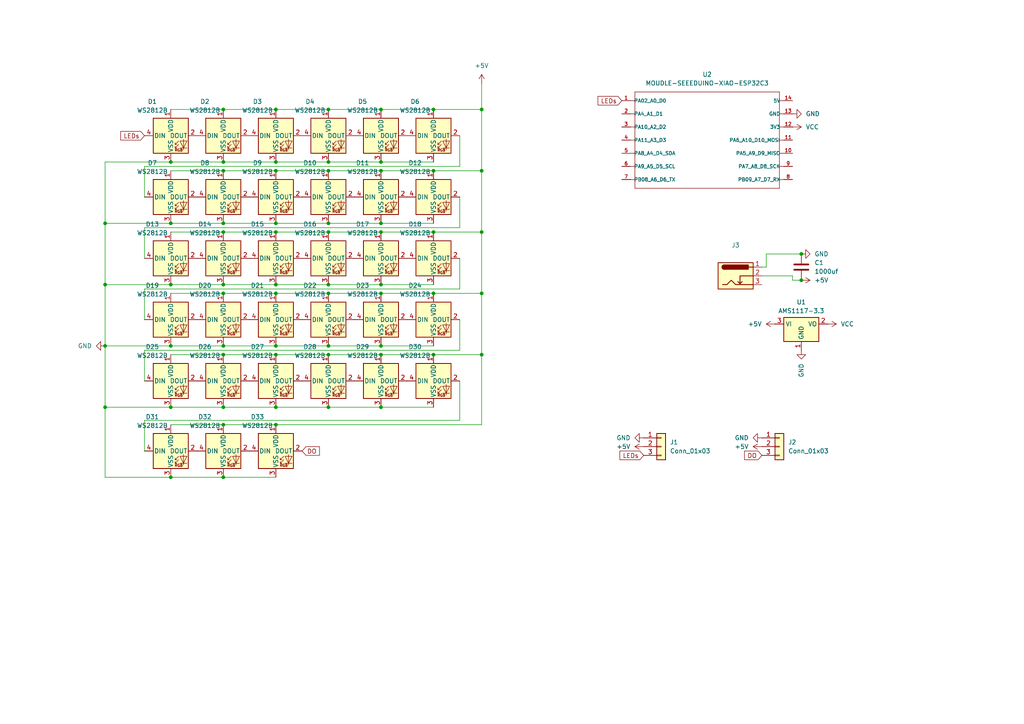
<source format=kicad_sch>
(kicad_sch (version 20250114) (generator "eeschema") (generator_version "9.0")
  (paper "A4")
  (lib_symbols
    (symbol "Connector:Barrel_Jack_Switch_Pin3Ring" (pin_names (hide yes))
      (property "Reference" "J" (at 0 5.334 0))
      (property "Value" "Barrel_Jack_Switch_Pin3Ring" (at 0 -5.08 0))
      (symbol "Barrel_Jack_Switch_Pin3Ring_0_1"
        (rectangle (start -5.08 3.81) (end 5.08 -3.81) (stroke (width 0.254)) (fill (type background)))
        (polyline (pts (xy -3.81 -2.54) (xy -2.54 -2.54) (xy -1.27 -1.27) (xy 0 -2.54) (xy 2.54 -2.54) (xy 5.08 -2.54)) (stroke (width 0.254)))
        (arc (start -3.302 1.905) (mid -3.9343 2.54) (end -3.302 3.175) (stroke (width 0.254)))
        (arc (start -3.302 1.905) (mid -3.9343 2.54) (end -3.302 3.175) (stroke (width 0.254)) (fill (type outline)))
        (polyline (pts (xy 1.27 -2.286) (xy 1.905 -1.651)) (stroke (width 0.254)))
        (rectangle (start 3.683 3.175) (end -3.302 1.905) (stroke (width 0.254)) (fill (type outline)))
        (polyline (pts (xy 5.08 2.54) (xy 3.81 2.54)) (stroke (width 0.254)))
        (polyline (pts (xy 5.08 0) (xy 1.27 0) (xy 1.27 -2.286) (xy 0.635 -1.651)) (stroke (width 0.254)))
      )
      (symbol "Barrel_Jack_Switch_Pin3Ring_1_1"
        (pin passive line (at 7.62 2.54 180) (length 2.54) (name "~") (number "1"))
        (pin passive line (at 7.62 0 180) (length 2.54) (name "~") (number "2"))
        (pin passive line (at 7.62 -2.54 180) (length 2.54) (name "~") (number "3"))
      )
    )
    (symbol "Connector_Generic:Conn_01x03" (pin_names (offset 1.016) (hide yes))
      (property "Reference" "J" (at 0 5.08 0))
      (property "Value" "Conn_01x03" (at 0 -5.08 0))
      (symbol "Conn_01x03_1_1"
        (rectangle (start -1.27 3.81) (end 1.27 -3.81) (stroke (width 0.254)) (fill (type background)))
        (rectangle (start -1.27 2.667) (end 0 2.413) (stroke (width 0.1524)))
        (rectangle (start -1.27 0.127) (end 0 -0.127) (stroke (width 0.1524)))
        (rectangle (start -1.27 -2.413) (end 0 -2.667) (stroke (width 0.1524)))
        (pin passive line (at -5.08 2.54 0) (length 3.81) (name "Pin_1") (number "1"))
        (pin passive line (at -5.08 0 0) (length 3.81) (name "Pin_2") (number "2"))
        (pin passive line (at -5.08 -2.54 0) (length 3.81) (name "Pin_3") (number "3"))
      )
    )
    (symbol "Device:C" (pin_numbers (hide yes)) (pin_names (offset 0.254))
      (property "Reference" "C" (at 0.635 2.54 0))
      (property "Value" "C" (at 0.635 -2.54 0))
      (symbol "C_0_1"
        (polyline (pts (xy -2.032 0.762) (xy 2.032 0.762)) (stroke (width 0.508)))
        (polyline (pts (xy -2.032 -0.762) (xy 2.032 -0.762)) (stroke (width 0.508)))
      )
      (symbol "C_1_1"
        (pin passive line (at 0 3.81 270) (length 2.794) (name "~") (number "1"))
        (pin passive line (at 0 -3.81 90) (length 2.794) (name "~") (number "2"))
      )
    )
    (symbol "LED:WS2812B" (pin_names (offset 0.254))
      (property "Reference" "D" (at 5.08 5.715 0))
      (property "Value" "WS2812B" (at 1.27 -5.715 0))
      (symbol "WS2812B_0_0"
        (text "RGB" (at 2.286 -4.191 0) (effects (font (size 0.762 0.762))))
      )
      (symbol "WS2812B_0_1"
        (polyline (pts (xy 1.27 -2.54) (xy 1.778 -2.54)))
        (polyline (pts (xy 1.27 -3.556) (xy 1.778 -3.556)))
        (polyline (pts (xy 2.286 -1.524) (xy 1.27 -2.54) (xy 1.27 -2.032)))
        (polyline (pts (xy 2.286 -2.54) (xy 1.27 -3.556) (xy 1.27 -3.048)))
        (polyline (pts (xy 3.683 -1.016) (xy 3.683 -3.556) (xy 3.683 -4.064)))
        (polyline (pts (xy 4.699 -1.524) (xy 2.667 -1.524) (xy 3.683 -3.556) (xy 4.699 -1.524)))
        (polyline (pts (xy 4.699 -3.556) (xy 2.667 -3.556)))
        (rectangle (start 5.08 5.08) (end -5.08 -5.08) (stroke (width 0.254)) (fill (type background)))
      )
      (symbol "WS2812B_1_1"
        (pin input line (at -7.62 0 0) (length 2.54) (name "DIN") (number "4"))
        (pin power_in line (at 0 7.62 270) (length 2.54) (name "VDD") (number "1"))
        (pin power_in line (at 0 -7.62 90) (length 2.54) (name "VSS") (number "3"))
        (pin output line (at 7.62 0 180) (length 2.54) (name "DOUT") (number "2"))
      )
    )
    (symbol "MOUDLE-SEEEDUINO-XIAO-ESP32C3:MOUDLE-SEEEDUINO-XIAO-ESP32C3" (pin_names (offset 1.016))
      (property "Reference" "U" (at -21.59 15.24 0))
      (property "Value" "MOUDLE-SEEEDUINO-XIAO-ESP32C3" (at -21.59 13.97 0))
      (symbol "MOUDLE-SEEEDUINO-XIAO-ESP32C3_0_0"
        (polyline (pts (xy -21.59 13.97) (xy 20.32 13.97)) (stroke (width 0.1524)))
        (polyline (pts (xy -21.59 11.43) (xy -22.86 11.43)) (stroke (width 0.1524)))
        (polyline (pts (xy -21.59 11.43) (xy -21.59 13.97)) (stroke (width 0.1524)))
        (polyline (pts (xy -21.59 7.62) (xy -22.86 7.62)) (stroke (width 0.1524)))
        (polyline (pts (xy -21.59 7.62) (xy -21.59 11.43)) (stroke (width 0.1524)))
        (polyline (pts (xy -21.59 3.81) (xy -22.86 3.81)) (stroke (width 0.1524)))
        (polyline (pts (xy -21.59 3.81) (xy -21.59 7.62)) (stroke (width 0.1524)))
        (polyline (pts (xy -21.59 0) (xy -22.86 0)) (stroke (width 0.1524)))
        (polyline (pts (xy -21.59 0) (xy -21.59 3.81)) (stroke (width 0.1524)))
        (polyline (pts (xy -21.59 -3.81) (xy -22.86 -3.81)) (stroke (width 0.1524)))
        (polyline (pts (xy -21.59 -7.62) (xy -22.86 -7.62)) (stroke (width 0.1524)))
        (polyline (pts (xy -21.59 -11.43) (xy -22.86 -11.43)) (stroke (width 0.1524)))
        (polyline (pts (xy -21.59 -13.97) (xy -21.59 0)) (stroke (width 0.1524)))
        (polyline (pts (xy 20.32 13.97) (xy 20.32 11.43)) (stroke (width 0.1524)))
        (polyline (pts (xy 20.32 11.43) (xy 20.32 7.62)) (stroke (width 0.1524)))
        (polyline (pts (xy 20.32 7.62) (xy 20.32 3.81)) (stroke (width 0.1524)))
        (polyline (pts (xy 20.32 3.81) (xy 20.32 -13.97)) (stroke (width 0.1524)))
        (polyline (pts (xy 20.32 -13.97) (xy -21.59 -13.97)) (stroke (width 0.1524)))
        (polyline (pts (xy 21.59 11.43) (xy 20.32 11.43)) (stroke (width 0.1524)))
        (polyline (pts (xy 21.59 7.62) (xy 20.32 7.62)) (stroke (width 0.1524)))
        (polyline (pts (xy 21.59 3.81) (xy 20.32 3.81)) (stroke (width 0.1524)))
        (polyline (pts (xy 21.59 0) (xy 20.32 0)) (stroke (width 0.1524)))
        (polyline (pts (xy 21.59 -3.81) (xy 20.32 -3.81)) (stroke (width 0.1524)))
        (polyline (pts (xy 21.59 -7.62) (xy 20.32 -7.62)) (stroke (width 0.1524)))
        (polyline (pts (xy 21.59 -11.43) (xy 20.32 -11.43)) (stroke (width 0.1524)))
        (pin bidirectional line (at -25.4 11.43 0) (length 2.54) (name "PA02_A0_D0") (number "1"))
        (pin bidirectional line (at -25.4 7.62 0) (length 2.54) (name "PA4_A1_D1") (number "2"))
        (pin bidirectional line (at -25.4 3.81 0) (length 2.54) (name "PA10_A2_D2") (number "3"))
        (pin bidirectional line (at -25.4 0 0) (length 2.54) (name "PA11_A3_D3") (number "4"))
        (pin bidirectional line (at -25.4 -3.81 0) (length 2.54) (name "PA8_A4_D4_SDA") (number "5"))
        (pin bidirectional line (at -25.4 -7.62 0) (length 2.54) (name "PA9_A5_D5_SCL") (number "6"))
        (pin bidirectional line (at -25.4 -11.43 0) (length 2.54) (name "PB08_A6_D6_TX") (number "7"))
        (pin bidirectional line (at 24.13 11.43 180) (length 2.54) (name "5V") (number "14"))
        (pin bidirectional line (at 24.13 7.62 180) (length 2.54) (name "GND") (number "13"))
        (pin bidirectional line (at 24.13 3.81 180) (length 2.54) (name "3V3") (number "12"))
        (pin bidirectional line (at 24.13 0 180) (length 2.54) (name "PA6_A10_D10_MOSI") (number "11"))
        (pin bidirectional line (at 24.13 -3.81 180) (length 2.54) (name "PA5_A9_D9_MISO") (number "10"))
        (pin bidirectional line (at 24.13 -7.62 180) (length 2.54) (name "PA7_A8_D8_SCK") (number "9"))
        (pin bidirectional line (at 24.13 -11.43 180) (length 2.54) (name "PB09_A7_D7_RX") (number "8"))
      )
    )
    (symbol "Regulator_Linear:AMS1117-3.3"
      (property "Reference" "U" (at -3.81 3.175 0))
      (property "Value" "AMS1117-3.3" (at 0 3.175 0))
      (symbol "AMS1117-3.3_0_1"
        (rectangle (start -5.08 -5.08) (end 5.08 1.905) (stroke (width 0.254)) (fill (type background)))
      )
      (symbol "AMS1117-3.3_1_1"
        (pin power_in line (at -7.62 0 0) (length 2.54) (name "VI") (number "3"))
        (pin power_in line (at 0 -7.62 90) (length 2.54) (name "GND") (number "1"))
        (pin power_out line (at 7.62 0 180) (length 2.54) (name "VO") (number "2"))
      )
    )
    (symbol "power:+5V" (power) (pin_numbers (hide yes)) (pin_names (offset 0) (hide yes))
      (property "Value" "+5V" (at 0 3.556 0))
      (symbol "+5V_0_1"
        (polyline (pts (xy -0.762 1.27) (xy 0 2.54)))
        (polyline (pts (xy 0 2.54) (xy 0.762 1.27)))
        (polyline (pts (xy 0 0) (xy 0 2.54)))
      )
      (symbol "+5V_1_1"
        (pin power_in line (at 0 0 90) (length 0) (name "~") (number "1"))
      )
    )
    (symbol "power:GND" (power) (pin_numbers (hide yes)) (pin_names (offset 0) (hide yes))
      (property "Value" "GND" (at 0 -3.81 0))
      (symbol "GND_0_1"
        (polyline (pts (xy 0 0) (xy 0 -1.27) (xy 1.27 -1.27) (xy 0 -2.54) (xy -1.27 -1.27) (xy 0 -1.27)))
      )
      (symbol "GND_1_1"
        (pin power_in line (at 0 0 270) (length 0) (name "~") (number "1"))
      )
    )
    (symbol "power:VCC" (power) (pin_numbers (hide yes)) (pin_names (offset 0) (hide yes))
      (property "Value" "VCC" (at 0 3.556 0))
      (symbol "VCC_0_1"
        (polyline (pts (xy -0.762 1.27) (xy 0 2.54)))
        (polyline (pts (xy 0 2.54) (xy 0.762 1.27)))
        (polyline (pts (xy 0 0) (xy 0 2.54)))
      )
      (symbol "VCC_1_1"
        (pin power_in line (at 0 0 90) (length 0) (name "~") (number "1"))
      )
    )
  )
  (junction (at 95.25 64.77))
  (junction (at 110.49 102.87))
  (junction (at 80.01 100.33))
  (junction (at 49.53 64.77))
  (junction (at 110.49 49.53))
  (junction (at 64.77 100.33))
  (junction (at 232.41 73.66))
  (junction (at 95.25 118.11))
  (junction (at 49.53 118.11))
  (junction (at 139.7 85.09))
  (junction (at 95.25 85.09))
  (junction (at 110.49 100.33))
  (junction (at 80.01 46.99))
  (junction (at 64.77 49.53))
  (junction (at 95.25 46.99))
  (junction (at 64.77 64.77))
  (junction (at 125.73 102.87))
  (junction (at 80.01 123.19))
  (junction (at 95.25 102.87))
  (junction (at 64.77 67.31))
  (junction (at 110.49 85.09))
  (junction (at 80.01 49.53))
  (junction (at 30.48 82.55))
  (junction (at 49.53 46.99))
  (junction (at 125.73 31.75))
  (junction (at 139.7 31.75))
  (junction (at 139.7 49.53))
  (junction (at 125.73 85.09))
  (junction (at 232.41 81.28))
  (junction (at 95.25 82.55))
  (junction (at 95.25 67.31))
  (junction (at 80.01 64.77))
  (junction (at 64.77 46.99))
  (junction (at 139.7 102.87))
  (junction (at 64.77 82.55))
  (junction (at 110.49 46.99))
  (junction (at 110.49 64.77))
  (junction (at 80.01 85.09))
  (junction (at 80.01 82.55))
  (junction (at 95.25 100.33))
  (junction (at 95.25 49.53))
  (junction (at 110.49 82.55))
  (junction (at 110.49 31.75))
  (junction (at 64.77 102.87))
  (junction (at 64.77 118.11))
  (junction (at 49.53 82.55))
  (junction (at 64.77 123.19))
  (junction (at 110.49 118.11))
  (junction (at 30.48 118.11))
  (junction (at 80.01 31.75))
  (junction (at 64.77 138.43))
  (junction (at 95.25 31.75))
  (junction (at 110.49 67.31))
  (junction (at 125.73 49.53))
  (junction (at 30.48 64.77))
  (junction (at 80.01 67.31))
  (junction (at 139.7 67.31))
  (junction (at 125.73 67.31))
  (junction (at 49.53 100.33))
  (junction (at 64.77 85.09))
  (junction (at 49.53 138.43))
  (junction (at 80.01 118.11))
  (junction (at 30.48 100.33))
  (junction (at 64.77 31.75))
  (junction (at 80.01 102.87))
  (wire (pts (xy 49.53 31.75) (xy 64.77 31.75)))
  (wire (pts (xy 80.01 138.43) (xy 64.77 138.43)))
  (wire (pts (xy 30.48 64.77) (xy 30.48 82.55)))
  (wire (pts (xy 133.35 110.49) (xy 133.35 121.92)))
  (wire (pts (xy 80.01 49.53) (xy 95.25 49.53)))
  (wire (pts (xy 125.73 118.11) (xy 110.49 118.11)))
  (wire (pts (xy 220.98 80.01) (xy 229.87 80.01)))
  (wire (pts (xy 110.49 82.55) (xy 95.25 82.55)))
  (wire (pts (xy 95.25 100.33) (xy 80.01 100.33)))
  (wire (pts (xy 80.01 67.31) (xy 95.25 67.31)))
  (wire (pts (xy 133.35 66.04) (xy 41.91 66.04)))
  (wire (pts (xy 110.49 49.53) (xy 125.73 49.53)))
  (wire (pts (xy 80.01 102.87) (xy 95.25 102.87)))
  (wire (pts (xy 80.01 123.19) (xy 139.7 123.19)))
  (wire (pts (xy 30.48 100.33) (xy 30.48 118.11)))
  (wire (pts (xy 125.73 46.99) (xy 110.49 46.99)))
  (wire (pts (xy 64.77 118.11) (xy 49.53 118.11)))
  (wire (pts (xy 139.7 85.09) (xy 139.7 67.31)))
  (wire (pts (xy 110.49 100.33) (xy 95.25 100.33)))
  (wire (pts (xy 30.48 118.11) (xy 30.48 138.43)))
  (wire (pts (xy 80.01 31.75) (xy 95.25 31.75)))
  (wire (pts (xy 64.77 82.55) (xy 49.53 82.55)))
  (wire (pts (xy 139.7 24.13) (xy 139.7 31.75)))
  (wire (pts (xy 133.35 121.92) (xy 41.91 121.92)))
  (wire (pts (xy 64.77 64.77) (xy 49.53 64.77)))
  (wire (pts (xy 95.25 85.09) (xy 110.49 85.09)))
  (wire (pts (xy 133.35 57.15) (xy 133.35 66.04)))
  (wire (pts (xy 64.77 46.99) (xy 49.53 46.99)))
  (wire (pts (xy 139.7 102.87) (xy 139.7 85.09)))
  (wire (pts (xy 49.53 102.87) (xy 64.77 102.87)))
  (wire (pts (xy 95.25 64.77) (xy 80.01 64.77)))
  (wire (pts (xy 95.25 67.31) (xy 110.49 67.31)))
  (wire (pts (xy 80.01 82.55) (xy 64.77 82.55)))
  (wire (pts (xy 133.35 101.6) (xy 41.91 101.6)))
  (wire (pts (xy 133.35 92.71) (xy 133.35 101.6)))
  (wire (pts (xy 95.25 31.75) (xy 110.49 31.75)))
  (wire (pts (xy 125.73 64.77) (xy 110.49 64.77)))
  (wire (pts (xy 133.35 48.26) (xy 41.91 48.26)))
  (wire (pts (xy 133.35 74.93) (xy 133.35 83.82)))
  (wire (pts (xy 64.77 102.87) (xy 80.01 102.87)))
  (wire (pts (xy 49.53 49.53) (xy 64.77 49.53)))
  (wire (pts (xy 125.73 102.87) (xy 139.7 102.87)))
  (wire (pts (xy 110.49 67.31) (xy 125.73 67.31)))
  (wire (pts (xy 133.35 39.37) (xy 133.35 48.26)))
  (wire (pts (xy 41.91 83.82) (xy 41.91 92.71)))
  (wire (pts (xy 95.25 102.87) (xy 110.49 102.87)))
  (wire (pts (xy 125.73 85.09) (xy 139.7 85.09)))
  (wire (pts (xy 49.53 100.33) (xy 30.48 100.33)))
  (wire (pts (xy 64.77 138.43) (xy 49.53 138.43)))
  (wire (pts (xy 41.91 101.6) (xy 41.91 110.49)))
  (wire (pts (xy 95.25 49.53) (xy 110.49 49.53)))
  (wire (pts (xy 125.73 49.53) (xy 139.7 49.53)))
  (wire (pts (xy 110.49 64.77) (xy 95.25 64.77)))
  (wire (pts (xy 49.53 46.99) (xy 30.48 46.99)))
  (wire (pts (xy 64.77 49.53) (xy 80.01 49.53)))
  (wire (pts (xy 80.01 118.11) (xy 64.77 118.11)))
  (wire (pts (xy 64.77 67.31) (xy 80.01 67.31)))
  (wire (pts (xy 64.77 123.19) (xy 80.01 123.19)))
  (wire (pts (xy 95.25 46.99) (xy 80.01 46.99)))
  (wire (pts (xy 41.91 66.04) (xy 41.91 74.93)))
  (wire (pts (xy 125.73 31.75) (xy 139.7 31.75)))
  (wire (pts (xy 110.49 46.99) (xy 95.25 46.99)))
  (wire (pts (xy 95.25 118.11) (xy 80.01 118.11)))
  (wire (pts (xy 139.7 67.31) (xy 139.7 49.53)))
  (wire (pts (xy 80.01 46.99) (xy 64.77 46.99)))
  (wire (pts (xy 125.73 82.55) (xy 110.49 82.55)))
  (wire (pts (xy 222.25 77.47) (xy 220.98 77.47)))
  (wire (pts (xy 222.25 77.47) (xy 222.25 73.66)))
  (wire (pts (xy 229.87 80.01) (xy 229.87 81.28)))
  (wire (pts (xy 95.25 82.55) (xy 80.01 82.55)))
  (wire (pts (xy 41.91 48.26) (xy 41.91 57.15)))
  (wire (pts (xy 49.53 118.11) (xy 30.48 118.11)))
  (wire (pts (xy 49.53 123.19) (xy 64.77 123.19)))
  (wire (pts (xy 110.49 118.11) (xy 95.25 118.11)))
  (wire (pts (xy 30.48 46.99) (xy 30.48 64.77)))
  (wire (pts (xy 80.01 64.77) (xy 64.77 64.77)))
  (wire (pts (xy 49.53 64.77) (xy 30.48 64.77)))
  (wire (pts (xy 125.73 67.31) (xy 139.7 67.31)))
  (wire (pts (xy 139.7 49.53) (xy 139.7 31.75)))
  (wire (pts (xy 110.49 85.09) (xy 125.73 85.09)))
  (wire (pts (xy 49.53 138.43) (xy 30.48 138.43)))
  (wire (pts (xy 49.53 82.55) (xy 30.48 82.55)))
  (wire (pts (xy 41.91 121.92) (xy 41.91 130.81)))
  (wire (pts (xy 64.77 100.33) (xy 49.53 100.33)))
  (wire (pts (xy 110.49 102.87) (xy 125.73 102.87)))
  (wire (pts (xy 80.01 85.09) (xy 95.25 85.09)))
  (wire (pts (xy 64.77 31.75) (xy 80.01 31.75)))
  (wire (pts (xy 133.35 83.82) (xy 41.91 83.82)))
  (wire (pts (xy 110.49 31.75) (xy 125.73 31.75)))
  (wire (pts (xy 222.25 73.66) (xy 232.41 73.66)))
  (wire (pts (xy 139.7 123.19) (xy 139.7 102.87)))
  (wire (pts (xy 64.77 85.09) (xy 80.01 85.09)))
  (wire (pts (xy 49.53 85.09) (xy 64.77 85.09)))
  (wire (pts (xy 30.48 82.55) (xy 30.48 100.33)))
  (wire (pts (xy 229.87 81.28) (xy 232.41 81.28)))
  (wire (pts (xy 125.73 100.33) (xy 110.49 100.33)))
  (wire (pts (xy 80.01 100.33) (xy 64.77 100.33)))
  (wire (pts (xy 49.53 67.31) (xy 64.77 67.31)))
  (global_label "DO" (shape input) (at 220.98 132.08 180) (property "Intersheetrefs" "${INTERSHEET_REFS}" (effects (hide yes))))
  (global_label "DO" (shape input) (at 87.63 130.81 0) (property "Intersheetrefs" "${INTERSHEET_REFS}" (effects (hide yes))))
  (global_label "LEDs" (shape input) (at 180.34 29.21 180) (property "Intersheetrefs" "${INTERSHEET_REFS}" (effects (hide yes))))
  (global_label "LEDs" (shape input) (at 41.91 39.37 180) (property "Intersheetrefs" "${INTERSHEET_REFS}" (effects (hide yes))))
  (global_label "LEDs" (shape input) (at 186.69 132.08 180) (property "Intersheetrefs" "${INTERSHEET_REFS}" (effects (hide yes))))
  (symbol (lib_id "LED:WS2812B") (at 110.49 39.37 0) (unit 1)
    (property "Reference" "D5" (at 105.156 29.464 0))
    (property "Value" "WS2812B" (at 105.156 32.004 0))
    (property "Footprint" "LED_SMD:LED_WS2812B_PLCC4_5.0x5.0mm_P3.2mm" (effects (hide yes)))
    (property "Datasheet" "https://cdn-shop.adafruit.com/datasheets/WS2812B.pdf" (effects (hide yes)))
    (property "Description" "RGB LED with integrated controller" (effects (hide yes)))
  )
  (symbol (lib_id "power:GND") (at 186.69 127 270) (unit 1)
    (property "Reference" "#PWR03" (effects (hide yes)))
    (property "Value" "GND" (at 182.88 126.9999 90) (effects (justify right)))
    (property "Description" "Power symbol creates a global label with name \"GND\" , ground" (effects (hide yes)))
  )
  (symbol (lib_id "LED:WS2812B") (at 125.73 57.15 0) (unit 1)
    (property "Reference" "D12" (at 120.396 47.244 0))
    (property "Value" "WS2812B" (at 120.396 49.784 0))
    (property "Footprint" "LED_SMD:LED_WS2812B_PLCC4_5.0x5.0mm_P3.2mm" (effects (hide yes)))
    (property "Datasheet" "https://cdn-shop.adafruit.com/datasheets/WS2812B.pdf" (effects (hide yes)))
    (property "Description" "RGB LED with integrated controller" (effects (hide yes)))
  )
  (symbol (lib_id "LED:WS2812B") (at 125.73 39.37 0) (unit 1)
    (property "Reference" "D6" (at 120.396 29.464 0))
    (property "Value" "WS2812B" (at 120.396 32.004 0))
    (property "Footprint" "LED_SMD:LED_WS2812B_PLCC4_5.0x5.0mm_P3.2mm" (effects (hide yes)))
    (property "Datasheet" "https://cdn-shop.adafruit.com/datasheets/WS2812B.pdf" (effects (hide yes)))
    (property "Description" "RGB LED with integrated controller" (effects (hide yes)))
  )
  (symbol (lib_id "LED:WS2812B") (at 49.53 130.81 0) (unit 1)
    (property "Reference" "D31" (at 44.196 120.904 0))
    (property "Value" "WS2812B" (at 44.196 123.444 0))
    (property "Footprint" "LED_SMD:LED_WS2812B_PLCC4_5.0x5.0mm_P3.2mm" (effects (hide yes)))
    (property "Datasheet" "https://cdn-shop.adafruit.com/datasheets/WS2812B.pdf" (effects (hide yes)))
    (property "Description" "RGB LED with integrated controller" (effects (hide yes)))
  )
  (symbol (lib_id "LED:WS2812B") (at 49.53 92.71 0) (unit 1)
    (property "Reference" "D19" (at 44.196 82.804 0))
    (property "Value" "WS2812B" (at 44.196 85.344 0))
    (property "Footprint" "LED_SMD:LED_WS2812B_PLCC4_5.0x5.0mm_P3.2mm" (effects (hide yes)))
    (property "Datasheet" "https://cdn-shop.adafruit.com/datasheets/WS2812B.pdf" (effects (hide yes)))
    (property "Description" "RGB LED with integrated controller" (effects (hide yes)))
  )
  (symbol (lib_id "LED:WS2812B") (at 49.53 110.49 0) (unit 1)
    (property "Reference" "D25" (at 44.196 100.584 0))
    (property "Value" "WS2812B" (at 44.196 103.124 0))
    (property "Footprint" "LED_SMD:LED_WS2812B_PLCC4_5.0x5.0mm_P3.2mm" (effects (hide yes)))
    (property "Datasheet" "https://cdn-shop.adafruit.com/datasheets/WS2812B.pdf" (effects (hide yes)))
    (property "Description" "RGB LED with integrated controller" (effects (hide yes)))
  )
  (symbol (lib_id "power:+5V") (at 220.98 129.54 90) (unit 1)
    (property "Reference" "#PWR016" (effects (hide yes)))
    (property "Value" "+5V" (at 217.17 129.5399 90) (effects (justify left)))
    (property "Description" "Power symbol creates a global label with name \"+5V\"" (effects (hide yes)))
  )
  (symbol (lib_id "LED:WS2812B") (at 80.01 110.49 0) (unit 1)
    (property "Reference" "D27" (at 74.676 100.584 0))
    (property "Value" "WS2812B" (at 74.676 103.124 0))
    (property "Footprint" "LED_SMD:LED_WS2812B_PLCC4_5.0x5.0mm_P3.2mm" (effects (hide yes)))
    (property "Datasheet" "https://cdn-shop.adafruit.com/datasheets/WS2812B.pdf" (effects (hide yes)))
    (property "Description" "RGB LED with integrated controller" (effects (hide yes)))
  )
  (symbol (lib_id "LED:WS2812B") (at 95.25 39.37 0) (unit 1)
    (property "Reference" "D4" (at 89.916 29.464 0))
    (property "Value" "WS2812B" (at 89.916 32.004 0))
    (property "Footprint" "LED_SMD:LED_WS2812B_PLCC4_5.0x5.0mm_P3.2mm" (effects (hide yes)))
    (property "Datasheet" "https://cdn-shop.adafruit.com/datasheets/WS2812B.pdf" (effects (hide yes)))
    (property "Description" "RGB LED with integrated controller" (effects (hide yes)))
  )
  (symbol (lib_id "Device:C") (at 232.41 77.47 0) (unit 1)
    (property "Reference" "C1" (at 236.22 76.1999 0) (effects (justify left)))
    (property "Value" "1000uf" (at 236.22 78.7399 0) (effects (justify left)))
    (property "Footprint" "Capacitor_SMD:C_0402_1005Metric" (effects (hide yes)))
    (property "Description" "Unpolarized capacitor" (effects (hide yes)))
  )
  (symbol (lib_id "LED:WS2812B") (at 80.01 57.15 0) (unit 1)
    (property "Reference" "D9" (at 74.676 47.244 0))
    (property "Value" "WS2812B" (at 74.676 49.784 0))
    (property "Footprint" "LED_SMD:LED_WS2812B_PLCC4_5.0x5.0mm_P3.2mm" (effects (hide yes)))
    (property "Datasheet" "https://cdn-shop.adafruit.com/datasheets/WS2812B.pdf" (effects (hide yes)))
    (property "Description" "RGB LED with integrated controller" (effects (hide yes)))
  )
  (symbol (lib_id "LED:WS2812B") (at 95.25 92.71 0) (unit 1)
    (property "Reference" "D22" (at 89.916 82.804 0))
    (property "Value" "WS2812B" (at 89.916 85.344 0))
    (property "Footprint" "LED_SMD:LED_WS2812B_PLCC4_5.0x5.0mm_P3.2mm" (effects (hide yes)))
    (property "Datasheet" "https://cdn-shop.adafruit.com/datasheets/WS2812B.pdf" (effects (hide yes)))
    (property "Description" "RGB LED with integrated controller" (effects (hide yes)))
  )
  (symbol (lib_id "Connector_Generic:Conn_01x03") (at 191.77 129.54 0) (unit 1)
    (property "Reference" "J1" (at 194.31 128.2699 0) (effects (justify left)))
    (property "Value" "Conn_01x03" (at 194.31 130.8099 0) (effects (justify left)))
    (property "Footprint" "Connector_PinHeader_2.54mm:PinHeader_1x03_P2.54mm_Vertical" (effects (hide yes)))
    (property "Description" "Generic connector, single row, 01x03, script generated (kicad-library-utils/schlib/autogen/connector/)" (effects (hide yes)))
  )
  (symbol (lib_id "LED:WS2812B") (at 80.01 130.81 0) (unit 1)
    (property "Reference" "D33" (at 74.676 120.904 0))
    (property "Value" "WS2812B" (at 74.676 123.444 0))
    (property "Footprint" "LED_SMD:LED_WS2812B_PLCC4_5.0x5.0mm_P3.2mm" (effects (hide yes)))
    (property "Datasheet" "https://cdn-shop.adafruit.com/datasheets/WS2812B.pdf" (effects (hide yes)))
    (property "Description" "RGB LED with integrated controller" (effects (hide yes)))
  )
  (symbol (lib_id "LED:WS2812B") (at 49.53 57.15 0) (unit 1)
    (property "Reference" "D7" (at 44.196 47.244 0))
    (property "Value" "WS2812B" (at 44.196 49.784 0))
    (property "Footprint" "LED_SMD:LED_WS2812B_PLCC4_5.0x5.0mm_P3.2mm" (effects (hide yes)))
    (property "Datasheet" "https://cdn-shop.adafruit.com/datasheets/WS2812B.pdf" (effects (hide yes)))
    (property "Description" "RGB LED with integrated controller" (effects (hide yes)))
  )
  (symbol (lib_id "power:GND") (at 229.87 33.02 90) (mirror x) (unit 1)
    (property "Reference" "#PWR05" (effects (hide yes)))
    (property "Value" "GND" (at 233.68 33.0199 90) (effects (justify right)))
    (property "Description" "Power symbol creates a global label with name \"GND\" , ground" (effects (hide yes)))
  )
  (symbol (lib_id "power:+5V") (at 186.69 129.54 90) (unit 1)
    (property "Reference" "#PWR015" (effects (hide yes)))
    (property "Value" "+5V" (at 182.88 129.5399 90) (effects (justify left)))
    (property "Description" "Power symbol creates a global label with name \"+5V\"" (effects (hide yes)))
  )
  (symbol (lib_id "LED:WS2812B") (at 64.77 92.71 0) (unit 1)
    (property "Reference" "D20" (at 59.436 82.804 0))
    (property "Value" "WS2812B" (at 59.436 85.344 0))
    (property "Footprint" "LED_SMD:LED_WS2812B_PLCC4_5.0x5.0mm_P3.2mm" (effects (hide yes)))
    (property "Datasheet" "https://cdn-shop.adafruit.com/datasheets/WS2812B.pdf" (effects (hide yes)))
    (property "Description" "RGB LED with integrated controller" (effects (hide yes)))
  )
  (symbol (lib_id "Connector_Generic:Conn_01x03") (at 226.06 129.54 0) (unit 1)
    (property "Reference" "J2" (at 228.6 128.2699 0) (effects (justify left)))
    (property "Value" "Conn_01x03" (at 228.6 130.8099 0) (effects (justify left)))
    (property "Footprint" "Connector_PinHeader_2.54mm:PinHeader_1x03_P2.54mm_Vertical" (effects (hide yes)))
    (property "Description" "Generic connector, single row, 01x03, script generated (kicad-library-utils/schlib/autogen/connector/)" (effects (hide yes)))
  )
  (symbol (lib_id "power:+5V") (at 224.79 93.98 90) (unit 1)
    (property "Reference" "#PWR013" (effects (hide yes)))
    (property "Value" "+5V" (at 220.98 93.9799 90) (effects (justify left)))
    (property "Description" "Power symbol creates a global label with name \"+5V\"" (effects (hide yes)))
  )
  (symbol (lib_id "power:VCC") (at 240.03 93.98 270) (unit 1)
    (property "Reference" "#PWR08" (effects (hide yes)))
    (property "Value" "VCC" (at 243.84 93.9799 90) (effects (justify left)))
    (property "Description" "Power symbol creates a global label with name \"VCC\"" (effects (hide yes)))
  )
  (symbol (lib_id "power:VCC") (at 229.87 36.83 270) (unit 1)
    (property "Reference" "#PWR06" (effects (hide yes)))
    (property "Value" "VCC" (at 233.68 36.8299 90) (effects (justify left)))
    (property "Description" "Power symbol creates a global label with name \"VCC\"" (effects (hide yes)))
  )
  (symbol (lib_id "LED:WS2812B") (at 110.49 57.15 0) (unit 1)
    (property "Reference" "D11" (at 105.156 47.244 0))
    (property "Value" "WS2812B" (at 105.156 49.784 0))
    (property "Footprint" "LED_SMD:LED_WS2812B_PLCC4_5.0x5.0mm_P3.2mm" (effects (hide yes)))
    (property "Datasheet" "https://cdn-shop.adafruit.com/datasheets/WS2812B.pdf" (effects (hide yes)))
    (property "Description" "RGB LED with integrated controller" (effects (hide yes)))
  )
  (symbol (lib_id "LED:WS2812B") (at 80.01 92.71 0) (unit 1)
    (property "Reference" "D21" (at 74.676 82.804 0))
    (property "Value" "WS2812B" (at 74.676 85.344 0))
    (property "Footprint" "LED_SMD:LED_WS2812B_PLCC4_5.0x5.0mm_P3.2mm" (effects (hide yes)))
    (property "Datasheet" "https://cdn-shop.adafruit.com/datasheets/WS2812B.pdf" (effects (hide yes)))
    (property "Description" "RGB LED with integrated controller" (effects (hide yes)))
  )
  (symbol (lib_id "LED:WS2812B") (at 110.49 74.93 0) (unit 1)
    (property "Reference" "D17" (at 105.156 65.024 0))
    (property "Value" "WS2812B" (at 105.156 67.564 0))
    (property "Footprint" "LED_SMD:LED_WS2812B_PLCC4_5.0x5.0mm_P3.2mm" (effects (hide yes)))
    (property "Datasheet" "https://cdn-shop.adafruit.com/datasheets/WS2812B.pdf" (effects (hide yes)))
    (property "Description" "RGB LED with integrated controller" (effects (hide yes)))
  )
  (symbol (lib_id "LED:WS2812B") (at 64.77 57.15 0) (unit 1)
    (property "Reference" "D8" (at 59.436 47.244 0))
    (property "Value" "WS2812B" (at 59.436 49.784 0))
    (property "Footprint" "LED_SMD:LED_WS2812B_PLCC4_5.0x5.0mm_P3.2mm" (effects (hide yes)))
    (property "Datasheet" "https://cdn-shop.adafruit.com/datasheets/WS2812B.pdf" (effects (hide yes)))
    (property "Description" "RGB LED with integrated controller" (effects (hide yes)))
  )
  (symbol (lib_id "LED:WS2812B") (at 49.53 74.93 0) (unit 1)
    (property "Reference" "D13" (at 44.196 65.024 0))
    (property "Value" "WS2812B" (at 44.196 67.564 0))
    (property "Footprint" "LED_SMD:LED_WS2812B_PLCC4_5.0x5.0mm_P3.2mm" (effects (hide yes)))
    (property "Datasheet" "https://cdn-shop.adafruit.com/datasheets/WS2812B.pdf" (effects (hide yes)))
    (property "Description" "RGB LED with integrated controller" (effects (hide yes)))
  )
  (symbol (lib_id "LED:WS2812B") (at 64.77 74.93 0) (unit 1)
    (property "Reference" "D14" (at 59.436 65.024 0))
    (property "Value" "WS2812B" (at 59.436 67.564 0))
    (property "Footprint" "LED_SMD:LED_WS2812B_PLCC4_5.0x5.0mm_P3.2mm" (effects (hide yes)))
    (property "Datasheet" "https://cdn-shop.adafruit.com/datasheets/WS2812B.pdf" (effects (hide yes)))
    (property "Description" "RGB LED with integrated controller" (effects (hide yes)))
  )
  (symbol (lib_id "LED:WS2812B") (at 95.25 74.93 0) (unit 1)
    (property "Reference" "D16" (at 89.916 65.024 0))
    (property "Value" "WS2812B" (at 89.916 67.564 0))
    (property "Footprint" "LED_SMD:LED_WS2812B_PLCC4_5.0x5.0mm_P3.2mm" (effects (hide yes)))
    (property "Datasheet" "https://cdn-shop.adafruit.com/datasheets/WS2812B.pdf" (effects (hide yes)))
    (property "Description" "RGB LED with integrated controller" (effects (hide yes)))
  )
  (symbol (lib_id "LED:WS2812B") (at 125.73 74.93 0) (unit 1)
    (property "Reference" "D18" (at 120.396 65.024 0))
    (property "Value" "WS2812B" (at 120.396 67.564 0))
    (property "Footprint" "LED_SMD:LED_WS2812B_PLCC4_5.0x5.0mm_P3.2mm" (effects (hide yes)))
    (property "Datasheet" "https://cdn-shop.adafruit.com/datasheets/WS2812B.pdf" (effects (hide yes)))
    (property "Description" "RGB LED with integrated controller" (effects (hide yes)))
  )
  (symbol (lib_id "MOUDLE-SEEEDUINO-XIAO-ESP32C3:MOUDLE-SEEEDUINO-XIAO-ESP32C3") (at 205.74 40.64 0) (unit 1)
    (property "Reference" "U2" (at 205.105 21.59 0))
    (property "Value" "MOUDLE-SEEEDUINO-XIAO-ESP32C3" (at 205.105 24.13 0))
    (property "Footprint" "MOUDLE14P-SMD-2.54-21X17.8MM" (effects (hide yes)))
  )
  (symbol (lib_id "LED:WS2812B") (at 64.77 110.49 0) (unit 1)
    (property "Reference" "D26" (at 59.436 100.584 0))
    (property "Value" "WS2812B" (at 59.436 103.124 0))
    (property "Footprint" "LED_SMD:LED_WS2812B_PLCC4_5.0x5.0mm_P3.2mm" (effects (hide yes)))
    (property "Datasheet" "https://cdn-shop.adafruit.com/datasheets/WS2812B.pdf" (effects (hide yes)))
    (property "Description" "RGB LED with integrated controller" (effects (hide yes)))
  )
  (symbol (lib_id "power:+5V") (at 139.7 24.13 0) (unit 1)
    (property "Reference" "#PWR014" (effects (hide yes)))
    (property "Value" "+5V" (at 139.7 19.05 0))
    (property "Description" "Power symbol creates a global label with name \"+5V\"" (effects (hide yes)))
  )
  (symbol (lib_id "LED:WS2812B") (at 95.25 57.15 0) (unit 1)
    (property "Reference" "D10" (at 89.916 47.244 0))
    (property "Value" "WS2812B" (at 89.916 49.784 0))
    (property "Footprint" "LED_SMD:LED_WS2812B_PLCC4_5.0x5.0mm_P3.2mm" (effects (hide yes)))
    (property "Datasheet" "https://cdn-shop.adafruit.com/datasheets/WS2812B.pdf" (effects (hide yes)))
    (property "Description" "RGB LED with integrated controller" (effects (hide yes)))
  )
  (symbol (lib_id "LED:WS2812B") (at 110.49 92.71 0) (unit 1)
    (property "Reference" "D23" (at 105.156 82.804 0))
    (property "Value" "WS2812B" (at 105.156 85.344 0))
    (property "Footprint" "LED_SMD:LED_WS2812B_PLCC4_5.0x5.0mm_P3.2mm" (effects (hide yes)))
    (property "Datasheet" "https://cdn-shop.adafruit.com/datasheets/WS2812B.pdf" (effects (hide yes)))
    (property "Description" "RGB LED with integrated controller" (effects (hide yes)))
  )
  (symbol (lib_id "LED:WS2812B") (at 64.77 130.81 0) (unit 1)
    (property "Reference" "D32" (at 59.436 120.904 0))
    (property "Value" "WS2812B" (at 59.436 123.444 0))
    (property "Footprint" "LED_SMD:LED_WS2812B_PLCC4_5.0x5.0mm_P3.2mm" (effects (hide yes)))
    (property "Datasheet" "https://cdn-shop.adafruit.com/datasheets/WS2812B.pdf" (effects (hide yes)))
    (property "Description" "RGB LED with integrated controller" (effects (hide yes)))
  )
  (symbol (lib_id "power:GND") (at 220.98 127 270) (unit 1)
    (property "Reference" "#PWR04" (effects (hide yes)))
    (property "Value" "GND" (at 217.17 126.9999 90) (effects (justify right)))
    (property "Description" "Power symbol creates a global label with name \"GND\" , ground" (effects (hide yes)))
  )
  (symbol (lib_id "power:GND") (at 232.41 101.6 0) (mirror y) (unit 1)
    (property "Reference" "#PWR09" (effects (hide yes)))
    (property "Value" "GND" (at 232.4101 105.41 90) (effects (justify right)))
    (property "Description" "Power symbol creates a global label with name \"GND\" , ground" (effects (hide yes)))
  )
  (symbol (lib_id "LED:WS2812B") (at 80.01 74.93 0) (unit 1)
    (property "Reference" "D15" (at 74.676 65.024 0))
    (property "Value" "WS2812B" (at 74.676 67.564 0))
    (property "Footprint" "LED_SMD:LED_WS2812B_PLCC4_5.0x5.0mm_P3.2mm" (effects (hide yes)))
    (property "Datasheet" "https://cdn-shop.adafruit.com/datasheets/WS2812B.pdf" (effects (hide yes)))
    (property "Description" "RGB LED with integrated controller" (effects (hide yes)))
  )
  (symbol (lib_id "LED:WS2812B") (at 110.49 110.49 0) (unit 1)
    (property "Reference" "D29" (at 105.156 100.584 0))
    (property "Value" "WS2812B" (at 105.156 103.124 0))
    (property "Footprint" "LED_SMD:LED_WS2812B_PLCC4_5.0x5.0mm_P3.2mm" (effects (hide yes)))
    (property "Datasheet" "https://cdn-shop.adafruit.com/datasheets/WS2812B.pdf" (effects (hide yes)))
    (property "Description" "RGB LED with integrated controller" (effects (hide yes)))
  )
  (symbol (lib_id "power:+5V") (at 232.41 81.28 270) (unit 1)
    (property "Reference" "#PWR012" (effects (hide yes)))
    (property "Value" "+5V" (at 236.22 81.2799 90) (effects (justify left)))
    (property "Description" "Power symbol creates a global label with name \"+5V\"" (effects (hide yes)))
  )
  (symbol (lib_id "LED:WS2812B") (at 64.77 39.37 0) (unit 1)
    (property "Reference" "D2" (at 59.436 29.464 0))
    (property "Value" "WS2812B" (at 59.436 32.004 0))
    (property "Footprint" "LED_SMD:LED_WS2812B_PLCC4_5.0x5.0mm_P3.2mm" (effects (hide yes)))
    (property "Datasheet" "https://cdn-shop.adafruit.com/datasheets/WS2812B.pdf" (effects (hide yes)))
    (property "Description" "RGB LED with integrated controller" (effects (hide yes)))
  )
  (symbol (lib_id "power:GND") (at 232.41 73.66 90) (mirror x) (unit 1)
    (property "Reference" "#PWR07" (effects (hide yes)))
    (property "Value" "GND" (at 236.22 73.6599 90) (effects (justify right)))
    (property "Description" "Power symbol creates a global label with name \"GND\" , ground" (effects (hide yes)))
  )
  (symbol (lib_id "Connector:Barrel_Jack_Switch_Pin3Ring") (at 213.36 80.01 0) (unit 1)
    (property "Reference" "J3" (at 213.36 71.12 0))
    (property "Value" "Barrel_Jack_Switch_Pin3Ring" (effects (hide yes)))
    (property "Footprint" "Connector_BarrelJack:BarrelJack_Wuerth_6941xx301002" (effects (hide yes)))
    (property "Description" "DC Barrel Jack with an internal switch" (effects (hide yes)))
  )
  (symbol (lib_id "power:GND") (at 30.48 100.33 270) (unit 1)
    (property "Reference" "#PWR011" (effects (hide yes)))
    (property "Value" "GND" (at 26.67 100.3299 90) (effects (justify right)))
    (property "Description" "Power symbol creates a global label with name \"GND\" , ground" (effects (hide yes)))
  )
  (symbol (lib_id "Regulator_Linear:AMS1117-3.3") (at 232.41 93.98 0) (unit 1)
    (property "Reference" "U1" (at 232.41 87.63 0))
    (property "Value" "AMS1117-3.3" (at 232.41 90.17 0))
    (property "Footprint" "Package_TO_SOT_SMD:SOT-223-3_TabPin2" (effects (hide yes)))
    (property "Datasheet" "http://www.advanced-monolithic.com/pdf/ds1117.pdf" (effects (hide yes)))
    (property "Description" "1A Low Dropout regulator, positive, 3.3V fixed output, SOT-223" (effects (hide yes)))
  )
  (symbol (lib_id "LED:WS2812B") (at 80.01 39.37 0) (unit 1)
    (property "Reference" "D3" (at 74.676 29.464 0))
    (property "Value" "WS2812B" (at 74.676 32.004 0))
    (property "Footprint" "LED_SMD:LED_WS2812B_PLCC4_5.0x5.0mm_P3.2mm" (effects (hide yes)))
    (property "Datasheet" "https://cdn-shop.adafruit.com/datasheets/WS2812B.pdf" (effects (hide yes)))
    (property "Description" "RGB LED with integrated controller" (effects (hide yes)))
  )
  (symbol (lib_id "LED:WS2812B") (at 95.25 110.49 0) (unit 1)
    (property "Reference" "D28" (at 89.916 100.584 0))
    (property "Value" "WS2812B" (at 89.916 103.124 0))
    (property "Footprint" "LED_SMD:LED_WS2812B_PLCC4_5.0x5.0mm_P3.2mm" (effects (hide yes)))
    (property "Datasheet" "https://cdn-shop.adafruit.com/datasheets/WS2812B.pdf" (effects (hide yes)))
    (property "Description" "RGB LED with integrated controller" (effects (hide yes)))
  )
  (symbol (lib_id "LED:WS2812B") (at 125.73 110.49 0) (unit 1)
    (property "Reference" "D30" (at 120.396 100.584 0))
    (property "Value" "WS2812B" (at 120.396 103.124 0))
    (property "Footprint" "LED_SMD:LED_WS2812B_PLCC4_5.0x5.0mm_P3.2mm" (effects (hide yes)))
    (property "Datasheet" "https://cdn-shop.adafruit.com/datasheets/WS2812B.pdf" (effects (hide yes)))
    (property "Description" "RGB LED with integrated controller" (effects (hide yes)))
  )
  (symbol (lib_id "LED:WS2812B") (at 125.73 92.71 0) (unit 1)
    (property "Reference" "D24" (at 120.396 82.804 0))
    (property "Value" "WS2812B" (at 120.396 85.344 0))
    (property "Footprint" "LED_SMD:LED_WS2812B_PLCC4_5.0x5.0mm_P3.2mm" (effects (hide yes)))
    (property "Datasheet" "https://cdn-shop.adafruit.com/datasheets/WS2812B.pdf" (effects (hide yes)))
    (property "Description" "RGB LED with integrated controller" (effects (hide yes)))
  )
  (symbol (lib_id "LED:WS2812B") (at 49.53 39.37 0) (unit 1)
    (property "Reference" "D1" (at 44.196 29.464 0))
    (property "Value" "WS2812B" (at 44.196 32.004 0))
    (property "Footprint" "LED_SMD:LED_WS2812B_PLCC4_5.0x5.0mm_P3.2mm" (effects (hide yes)))
    (property "Datasheet" "https://cdn-shop.adafruit.com/datasheets/WS2812B.pdf" (effects (hide yes)))
    (property "Description" "RGB LED with integrated controller" (effects (hide yes)))
  )
)
</source>
